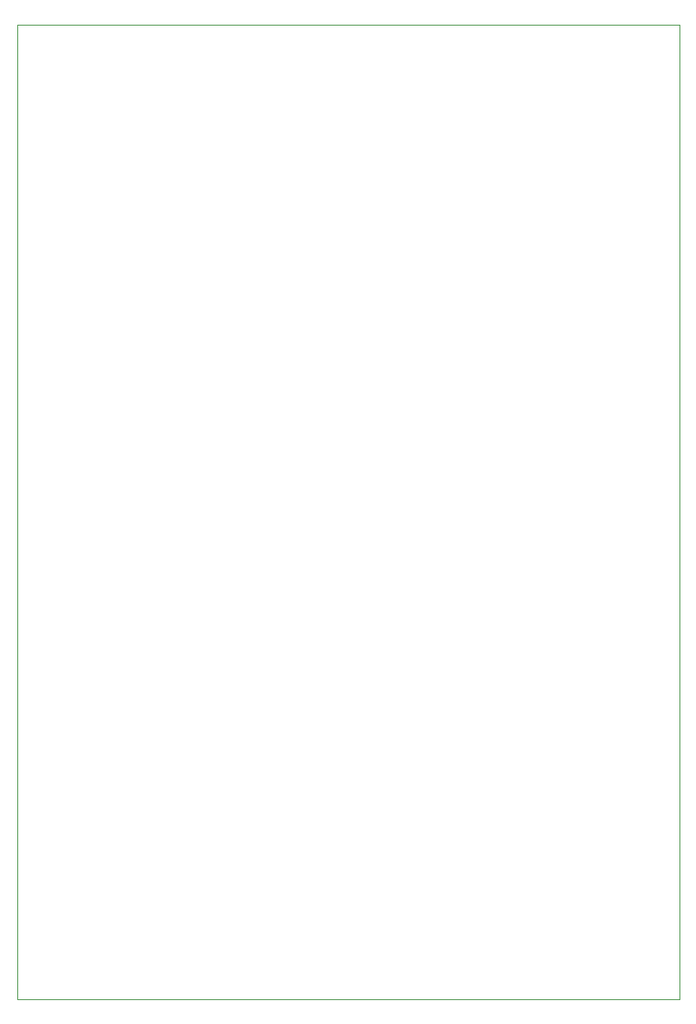
<source format=gko>
G75*
G70*
%OFA0B0*%
%FSLAX24Y24*%
%IPPOS*%
%LPD*%
%AMOC8*
5,1,8,0,0,1.08239X$1,22.5*
%
%ADD10C,0.0039*%
D10*
X006588Y005427D02*
X033359Y005427D01*
X033359Y044797D01*
X006588Y044797D01*
X006588Y005427D01*
M02*

</source>
